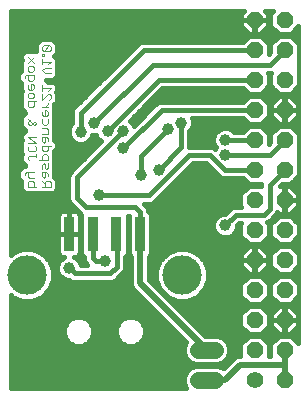
<source format=gbl>
G75*
G70*
%OFA0B0*%
%FSLAX24Y24*%
%IPPOS*%
%LPD*%
%AMOC8*
5,1,8,0,0,1.08239X$1,22.5*
%
%ADD10C,0.0030*%
%ADD11C,0.0560*%
%ADD12OC8,0.0560*%
%ADD13C,0.0560*%
%ADD14R,0.0354X0.1181*%
%ADD15C,0.1310*%
%ADD16C,0.0160*%
%ADD17C,0.0396*%
%ADD18C,0.0200*%
%ADD19C,0.0100*%
%ADD20C,0.0140*%
D10*
X001020Y007170D02*
X001020Y007315D01*
X001068Y007363D01*
X001165Y007363D01*
X001213Y007315D01*
X001213Y007170D01*
X001310Y007170D02*
X001020Y007170D01*
X001068Y007465D02*
X001020Y007513D01*
X001020Y007658D01*
X000972Y007658D02*
X000923Y007610D01*
X000923Y007561D01*
X000972Y007658D02*
X001213Y007658D01*
X001213Y007465D02*
X001068Y007465D01*
X001500Y007513D02*
X001548Y007465D01*
X001597Y007513D01*
X001597Y007658D01*
X001645Y007658D02*
X001500Y007658D01*
X001500Y007513D01*
X001500Y007363D02*
X001597Y007267D01*
X001597Y007315D02*
X001597Y007170D01*
X001500Y007170D02*
X001790Y007170D01*
X001790Y007315D01*
X001742Y007363D01*
X001645Y007363D01*
X001597Y007315D01*
X001693Y007513D02*
X001693Y007610D01*
X001645Y007658D01*
X001645Y007759D02*
X001693Y007808D01*
X001693Y007953D01*
X001693Y008054D02*
X001693Y008199D01*
X001645Y008247D01*
X001548Y008247D01*
X001500Y008199D01*
X001500Y008054D01*
X001403Y008054D02*
X001693Y008054D01*
X001548Y007953D02*
X001597Y007904D01*
X001597Y007808D01*
X001645Y007759D01*
X001500Y007759D02*
X001500Y007904D01*
X001548Y007953D01*
X001310Y008151D02*
X001310Y008247D01*
X001310Y008199D02*
X001068Y008199D01*
X001020Y008151D01*
X001020Y008102D01*
X001068Y008054D01*
X001068Y008349D02*
X001020Y008397D01*
X001020Y008494D01*
X001068Y008542D01*
X001020Y008643D02*
X001310Y008643D01*
X001020Y008837D01*
X001310Y008837D01*
X001500Y008837D02*
X001500Y008692D01*
X001548Y008643D01*
X001597Y008692D01*
X001597Y008837D01*
X001645Y008837D02*
X001500Y008837D01*
X001500Y008938D02*
X001693Y008938D01*
X001693Y009083D01*
X001645Y009131D01*
X001500Y009131D01*
X001548Y009233D02*
X001500Y009281D01*
X001500Y009426D01*
X001548Y009527D02*
X001645Y009527D01*
X001693Y009576D01*
X001693Y009672D01*
X001645Y009721D01*
X001597Y009721D01*
X001597Y009527D01*
X001548Y009527D02*
X001500Y009576D01*
X001500Y009672D01*
X001500Y009822D02*
X001693Y009822D01*
X001597Y009822D02*
X001693Y009919D01*
X001693Y009967D01*
X001742Y010067D02*
X001790Y010116D01*
X001790Y010213D01*
X001742Y010261D01*
X001693Y010261D01*
X001500Y010067D01*
X001500Y010261D01*
X001500Y010362D02*
X001500Y010556D01*
X001500Y010459D02*
X001790Y010459D01*
X001693Y010362D01*
X001310Y010015D02*
X001020Y010015D01*
X001020Y009870D01*
X001068Y009822D01*
X001165Y009822D01*
X001213Y009870D01*
X001213Y010015D01*
X001165Y010117D02*
X001068Y010117D01*
X001020Y010165D01*
X001020Y010262D01*
X001068Y010310D01*
X001165Y010310D01*
X001213Y010262D01*
X001213Y010165D01*
X001165Y010117D01*
X001165Y010411D02*
X001068Y010411D01*
X001020Y010460D01*
X001020Y010556D01*
X001117Y010605D02*
X001117Y010411D01*
X001165Y010411D02*
X001213Y010460D01*
X001213Y010556D01*
X001165Y010605D01*
X001117Y010605D01*
X001165Y010706D02*
X001068Y010706D01*
X001020Y010754D01*
X001020Y010899D01*
X000972Y010899D02*
X001213Y010899D01*
X001213Y010754D01*
X001165Y010706D01*
X000972Y010899D02*
X000923Y010851D01*
X000923Y010803D01*
X001068Y011000D02*
X001020Y011049D01*
X001020Y011146D01*
X001068Y011194D01*
X001165Y011194D01*
X001213Y011146D01*
X001213Y011049D01*
X001165Y011000D01*
X001068Y011000D01*
X001020Y011295D02*
X001213Y011489D01*
X001020Y011489D02*
X001213Y011295D01*
X001500Y011343D02*
X001790Y011343D01*
X001693Y011246D01*
X001597Y011145D02*
X001790Y011145D01*
X001790Y010951D02*
X001597Y010951D01*
X001500Y011048D01*
X001597Y011145D01*
X001500Y011246D02*
X001500Y011440D01*
X001500Y011541D02*
X001500Y011589D01*
X001548Y011589D01*
X001548Y011541D01*
X001500Y011541D01*
X001548Y011688D02*
X001742Y011881D01*
X001548Y011881D01*
X001500Y011833D01*
X001500Y011736D01*
X001548Y011688D01*
X001742Y011688D01*
X001790Y011736D01*
X001790Y011833D01*
X001742Y011881D01*
X001693Y009426D02*
X001693Y009281D01*
X001645Y009233D01*
X001548Y009233D01*
X001310Y009281D02*
X001262Y009233D01*
X001213Y009233D01*
X001020Y009426D01*
X001020Y009329D02*
X001020Y009281D01*
X001068Y009233D01*
X001117Y009233D01*
X001213Y009329D01*
X001262Y009329D01*
X001310Y009281D01*
X001117Y009426D02*
X001020Y009329D01*
X001645Y008837D02*
X001693Y008788D01*
X001693Y008692D01*
X001693Y008542D02*
X001693Y008397D01*
X001645Y008349D01*
X001548Y008349D01*
X001500Y008397D01*
X001500Y008542D01*
X001790Y008542D01*
X001310Y008494D02*
X001310Y008397D01*
X001262Y008349D01*
X001068Y008349D01*
X001262Y008542D02*
X001310Y008494D01*
D11*
X008580Y000730D03*
D12*
X008580Y001730D03*
X008580Y002730D03*
X008580Y003730D03*
X008580Y004730D03*
X008580Y005730D03*
X008580Y006730D03*
X008580Y007730D03*
X008580Y008730D03*
X008580Y009730D03*
X008580Y010730D03*
X008580Y011730D03*
X008580Y012730D03*
X009580Y012730D03*
X009580Y011730D03*
X009580Y010730D03*
X009580Y009730D03*
X009580Y008730D03*
X009580Y007730D03*
X009580Y006730D03*
X009580Y005730D03*
X009580Y004730D03*
X009580Y003730D03*
X009580Y002730D03*
X009580Y001730D03*
X009580Y000730D03*
D13*
X007260Y000730D02*
X006700Y000730D01*
X006700Y001730D02*
X007260Y001730D01*
D14*
X004761Y005588D03*
X003974Y005588D03*
X003186Y005588D03*
X002399Y005588D03*
D15*
X000995Y004230D03*
X006165Y004230D03*
D16*
X000460Y003556D02*
X000460Y000460D01*
X006292Y000460D01*
X006220Y000635D01*
X006220Y000825D01*
X006293Y001002D01*
X006428Y001137D01*
X006605Y001210D01*
X007355Y001210D01*
X007532Y001137D01*
X007547Y001122D01*
X007826Y001400D01*
X007910Y001484D01*
X008020Y001530D01*
X008101Y001530D01*
X008100Y001531D01*
X008100Y001929D01*
X008381Y002210D01*
X008779Y002210D01*
X009060Y001929D01*
X009060Y001531D01*
X009059Y001530D01*
X009101Y001530D01*
X009100Y001531D01*
X009100Y001929D01*
X009381Y002210D01*
X009779Y002210D01*
X010042Y001947D01*
X010042Y003513D01*
X009779Y003250D01*
X009381Y003250D01*
X009100Y003531D01*
X009100Y003929D01*
X009381Y004210D01*
X009779Y004210D01*
X010042Y003947D01*
X010042Y004513D01*
X009779Y004250D01*
X009381Y004250D01*
X009100Y004531D01*
X009100Y004929D01*
X009381Y005210D01*
X009779Y005210D01*
X010042Y004947D01*
X010042Y005513D01*
X009779Y005250D01*
X009381Y005250D01*
X009100Y005531D01*
X009100Y005929D01*
X009381Y006210D01*
X009779Y006210D01*
X010042Y005947D01*
X010042Y007513D01*
X009779Y007250D01*
X009496Y007250D01*
X009436Y007190D01*
X009570Y007190D01*
X009570Y006740D01*
X009590Y006740D01*
X009590Y007190D01*
X009771Y007190D01*
X010040Y006921D01*
X010040Y006740D01*
X009590Y006740D01*
X009590Y006720D01*
X010040Y006720D01*
X010040Y006539D01*
X009771Y006270D01*
X009590Y006270D01*
X009590Y006720D01*
X009570Y006720D01*
X009570Y006270D01*
X009389Y006270D01*
X009338Y006321D01*
X009317Y006271D01*
X009239Y006193D01*
X009117Y006071D01*
X009039Y005993D01*
X009009Y005980D01*
X009060Y005929D01*
X009060Y005531D01*
X008779Y005250D01*
X008381Y005250D01*
X008100Y005531D01*
X008100Y005929D01*
X008121Y005950D01*
X008071Y005950D01*
X008003Y005882D01*
X008003Y005801D01*
X007943Y005654D01*
X007831Y005542D01*
X007684Y005482D01*
X007526Y005482D01*
X007379Y005542D01*
X007267Y005654D01*
X007207Y005801D01*
X007207Y005959D01*
X007267Y006106D01*
X007379Y006218D01*
X007526Y006278D01*
X007607Y006278D01*
X007718Y006389D01*
X007718Y006389D01*
X007796Y006467D01*
X007899Y006510D01*
X008121Y006510D01*
X008100Y006531D01*
X008100Y006929D01*
X008381Y007210D01*
X008779Y007210D01*
X008800Y007189D01*
X008800Y007271D01*
X008779Y007250D01*
X008381Y007250D01*
X008181Y007450D01*
X007524Y007450D01*
X007421Y007493D01*
X006964Y007950D01*
X006521Y007950D01*
X005292Y006721D01*
X005214Y006643D01*
X005111Y006600D01*
X004881Y006600D01*
X004914Y006567D01*
X004992Y006489D01*
X005035Y006386D01*
X005035Y006365D01*
X005138Y006262D01*
X005138Y004915D01*
X005061Y004838D01*
X005061Y004073D01*
X006924Y002210D01*
X007355Y002210D01*
X007532Y002137D01*
X007667Y002002D01*
X007740Y001825D01*
X007740Y001635D01*
X007667Y001458D01*
X007532Y001323D01*
X007355Y001250D01*
X006605Y001250D01*
X006428Y001323D01*
X006293Y001458D01*
X006220Y001635D01*
X006220Y001825D01*
X006290Y001995D01*
X004507Y003779D01*
X004461Y003889D01*
X004461Y004838D01*
X004384Y004915D01*
X004384Y006200D01*
X004351Y006200D01*
X004351Y004915D01*
X004260Y004824D01*
X004260Y004449D01*
X004217Y004346D01*
X004139Y004268D01*
X004139Y004268D01*
X003914Y004043D01*
X003811Y004000D01*
X002524Y004000D01*
X002421Y004043D01*
X002407Y004057D01*
X002326Y004057D01*
X002179Y004117D01*
X002067Y004229D01*
X002007Y004376D01*
X002007Y004534D01*
X002067Y004681D01*
X002179Y004793D01*
X002240Y004818D01*
X002198Y004818D01*
X002152Y004830D01*
X002111Y004854D01*
X002078Y004887D01*
X002054Y004928D01*
X002042Y004974D01*
X002042Y005580D01*
X002390Y005580D01*
X002390Y005597D01*
X002042Y005597D01*
X002042Y006203D01*
X000460Y006203D01*
X000460Y006362D02*
X002678Y006362D01*
X002646Y006347D02*
X002600Y006359D01*
X002407Y006359D01*
X002407Y005597D01*
X002390Y005597D01*
X002390Y006359D01*
X002198Y006359D01*
X002152Y006347D01*
X002111Y006323D01*
X002078Y006289D01*
X002054Y006248D01*
X002042Y006203D01*
X002042Y006045D02*
X000460Y006045D01*
X000460Y005886D02*
X002042Y005886D01*
X002042Y005728D02*
X000460Y005728D01*
X000460Y005569D02*
X002042Y005569D01*
X002042Y005411D02*
X000460Y005411D01*
X000460Y005252D02*
X002042Y005252D01*
X002042Y005094D02*
X000460Y005094D01*
X000511Y004955D02*
X000460Y004904D01*
X000460Y013020D01*
X008220Y013020D01*
X008120Y012921D01*
X008120Y012740D01*
X008570Y012740D01*
X008570Y012720D01*
X008590Y012720D01*
X008590Y012740D01*
X009040Y012740D01*
X009040Y012921D01*
X008940Y013020D01*
X009191Y013020D01*
X009100Y012929D01*
X009100Y012531D01*
X009381Y012250D01*
X009779Y012250D01*
X010042Y012513D01*
X010042Y011947D01*
X009779Y012210D01*
X009381Y012210D01*
X009100Y011929D01*
X009100Y011646D01*
X009060Y011606D01*
X009060Y011929D01*
X008779Y012210D01*
X008381Y012210D01*
X008181Y012010D01*
X004824Y012010D01*
X004721Y011967D01*
X002543Y009789D01*
X002500Y009686D01*
X002500Y009288D01*
X002442Y009231D01*
X002382Y009084D01*
X002382Y008926D01*
X002442Y008779D01*
X002554Y008667D01*
X002701Y008607D01*
X002859Y008607D01*
X003006Y008667D01*
X003118Y008779D01*
X003160Y008882D01*
X003309Y008882D01*
X003310Y008882D01*
X003342Y008804D01*
X003454Y008692D01*
X003467Y008688D01*
X002496Y007717D01*
X002418Y007639D01*
X002375Y007536D01*
X002375Y006724D01*
X002418Y006621D01*
X002718Y006321D01*
X002796Y006243D01*
X002809Y006237D01*
X002809Y004915D01*
X002900Y004824D01*
X002900Y004724D01*
X002943Y004621D01*
X003004Y004560D01*
X002792Y004560D01*
X002743Y004681D01*
X002631Y004793D01*
X002570Y004818D01*
X002600Y004818D01*
X002646Y004830D01*
X002687Y004854D01*
X002720Y004887D01*
X002744Y004928D01*
X002756Y004974D01*
X002756Y005580D01*
X002407Y005580D01*
X002407Y005597D01*
X002756Y005597D01*
X002756Y006203D01*
X002809Y006203D01*
X002756Y006203D02*
X002744Y006248D01*
X002720Y006289D01*
X002687Y006323D01*
X002646Y006347D01*
X002519Y006520D02*
X000460Y006520D01*
X000460Y006679D02*
X002394Y006679D01*
X002375Y006837D02*
X000460Y006837D01*
X000460Y006996D02*
X000890Y006996D01*
X000931Y006955D02*
X001399Y006955D01*
X001405Y006961D01*
X001411Y006955D01*
X001879Y006955D01*
X002005Y007081D01*
X002005Y007404D01*
X001957Y007453D01*
X001908Y007501D01*
X001908Y007699D01*
X001899Y007709D01*
X001908Y007719D01*
X001908Y007719D01*
X001908Y007719D01*
X001908Y007809D01*
X001908Y007897D01*
X001908Y008288D01*
X001899Y008298D01*
X001908Y008308D01*
X001908Y008308D01*
X001908Y008308D01*
X001908Y008356D01*
X002005Y008453D01*
X002005Y008631D01*
X001908Y008728D01*
X001908Y009172D01*
X001899Y009182D01*
X001908Y009192D01*
X001908Y009192D01*
X001908Y009192D01*
X001908Y009280D01*
X001908Y009370D01*
X001908Y009576D01*
X001908Y009665D01*
X001908Y009930D01*
X001946Y009968D01*
X002005Y010027D01*
X002005Y010115D01*
X002005Y010205D01*
X002005Y010302D01*
X001971Y010336D01*
X002005Y010370D01*
X002005Y010548D01*
X001941Y010612D01*
X001879Y010674D01*
X001686Y010674D01*
X001623Y010736D01*
X001879Y010736D01*
X002005Y010862D01*
X002005Y011040D01*
X001998Y011048D01*
X002005Y011056D01*
X002005Y011234D01*
X001995Y011244D01*
X002005Y011254D01*
X002005Y011432D01*
X001941Y011496D01*
X001898Y011540D01*
X001948Y011590D01*
X002005Y011647D01*
X002005Y011647D01*
X002005Y011647D01*
X002005Y011737D01*
X002005Y011825D01*
X002005Y011825D01*
X002005Y011922D01*
X001957Y011971D01*
X001831Y012096D01*
X001637Y012096D01*
X001547Y012096D01*
X001459Y012096D01*
X001400Y012038D01*
X001333Y011971D01*
X001285Y011922D01*
X001285Y011834D01*
X001285Y011704D01*
X001124Y011704D01*
X001117Y011696D01*
X001109Y011704D01*
X000931Y011704D01*
X000805Y011578D01*
X000805Y011400D01*
X000813Y011392D01*
X000805Y011384D01*
X000805Y011235D01*
X000805Y011145D01*
X000805Y011037D01*
X000757Y010988D01*
X000708Y010940D01*
X000708Y010714D01*
X000805Y010617D01*
X000805Y010370D01*
X000815Y010361D01*
X000805Y010351D01*
X000805Y010351D01*
X000805Y010351D01*
X000805Y010261D01*
X000805Y009781D01*
X000853Y009733D01*
X000945Y009641D01*
X000931Y009641D01*
X000805Y009515D01*
X000805Y009192D01*
X000853Y009144D01*
X000945Y009052D01*
X000931Y009052D01*
X000914Y009035D01*
X000891Y009030D01*
X000853Y008974D01*
X000805Y008926D01*
X000805Y008902D01*
X000792Y008882D01*
X000805Y008815D01*
X000805Y008748D01*
X000813Y008740D01*
X000805Y008732D01*
X000805Y008583D01*
X000805Y008583D01*
X000805Y008493D01*
X000805Y008308D01*
X000839Y008274D01*
X000805Y008240D01*
X000805Y008240D01*
X000805Y008240D01*
X000805Y008150D01*
X000805Y008013D01*
X000931Y007887D01*
X000945Y007873D01*
X000883Y007873D01*
X000834Y007825D01*
X000708Y007699D01*
X000708Y007472D01*
X000805Y007376D01*
X000805Y007081D01*
X000931Y006955D01*
X000805Y007154D02*
X000460Y007154D01*
X000460Y007313D02*
X000805Y007313D01*
X000710Y007471D02*
X000460Y007471D01*
X000460Y007630D02*
X000708Y007630D01*
X000797Y007788D02*
X000460Y007788D01*
X000460Y007947D02*
X000872Y007947D01*
X000805Y008105D02*
X000460Y008105D01*
X000460Y008264D02*
X000829Y008264D01*
X000805Y008422D02*
X000460Y008422D01*
X000460Y008581D02*
X000805Y008581D01*
X000812Y008739D02*
X000460Y008739D01*
X000460Y008898D02*
X000802Y008898D01*
X000941Y009056D02*
X000460Y009056D01*
X000460Y009215D02*
X000805Y009215D01*
X000805Y009373D02*
X000460Y009373D01*
X000460Y009532D02*
X000821Y009532D01*
X000896Y009690D02*
X000460Y009690D01*
X000460Y009849D02*
X000805Y009849D01*
X000805Y010007D02*
X000460Y010007D01*
X000460Y010166D02*
X000805Y010166D01*
X000805Y010324D02*
X000460Y010324D01*
X000460Y010483D02*
X000805Y010483D01*
X000781Y010641D02*
X000460Y010641D01*
X000460Y010800D02*
X000708Y010800D01*
X000726Y010958D02*
X000460Y010958D01*
X000460Y011117D02*
X000805Y011117D01*
X000805Y011235D02*
X000805Y011235D01*
X000805Y011275D02*
X000460Y011275D01*
X000460Y011434D02*
X000805Y011434D01*
X000819Y011592D02*
X000460Y011592D01*
X000460Y011751D02*
X001285Y011751D01*
X001285Y011909D02*
X000460Y011909D01*
X000460Y012068D02*
X001430Y012068D01*
X001459Y012096D02*
X001459Y012096D01*
X001459Y012096D01*
X001333Y011971D02*
X001333Y011971D01*
X001285Y011922D02*
X001285Y011922D01*
X001285Y011922D01*
X001637Y012096D02*
X001637Y012096D01*
X001860Y012068D02*
X008239Y012068D01*
X008389Y012270D02*
X008570Y012270D01*
X008570Y012720D01*
X008120Y012720D01*
X008120Y012539D01*
X008389Y012270D01*
X008275Y012385D02*
X000460Y012385D01*
X000460Y012543D02*
X008120Y012543D01*
X008120Y012702D02*
X000460Y012702D01*
X000460Y012860D02*
X008120Y012860D01*
X008218Y013019D02*
X000460Y013019D01*
X000460Y012226D02*
X010042Y012226D01*
X010042Y012068D02*
X009921Y012068D01*
X009913Y012385D02*
X010042Y012385D01*
X009580Y011730D02*
X009080Y011230D01*
X005580Y011230D01*
X005330Y011230D01*
X005180Y011230D01*
X003230Y009280D01*
X002780Y009005D02*
X002780Y009630D01*
X004880Y011730D01*
X008580Y011730D01*
X008921Y012068D02*
X009239Y012068D01*
X009100Y011909D02*
X009060Y011909D01*
X009060Y011751D02*
X009100Y011751D01*
X008771Y012270D02*
X009040Y012539D01*
X009040Y012720D01*
X008590Y012720D01*
X008590Y012270D01*
X008771Y012270D01*
X008885Y012385D02*
X009247Y012385D01*
X009100Y012543D02*
X009040Y012543D01*
X009040Y012702D02*
X009100Y012702D01*
X009100Y012860D02*
X009040Y012860D01*
X008942Y013019D02*
X009190Y013019D01*
X008590Y012702D02*
X008570Y012702D01*
X008570Y012543D02*
X008590Y012543D01*
X008590Y012385D02*
X008570Y012385D01*
X009039Y010950D02*
X009121Y010950D01*
X009100Y010929D01*
X009100Y010531D01*
X009381Y010250D01*
X009779Y010250D01*
X010042Y010513D01*
X010042Y008947D01*
X009779Y009210D01*
X009381Y009210D01*
X009100Y008929D01*
X009100Y008646D01*
X009060Y008606D01*
X009060Y008929D01*
X008779Y009210D01*
X008381Y009210D01*
X008181Y009010D01*
X007888Y009010D01*
X007831Y009068D01*
X007684Y009128D01*
X007526Y009128D01*
X007379Y009068D01*
X007267Y008956D01*
X007207Y008809D01*
X007207Y008651D01*
X007267Y008504D01*
X007292Y008480D01*
X007267Y008456D01*
X007263Y008443D01*
X007239Y008467D01*
X007136Y008510D01*
X006410Y008510D01*
X006410Y009022D01*
X006468Y009079D01*
X006528Y009226D01*
X006528Y009384D01*
X006501Y009450D01*
X008181Y009450D01*
X008381Y009250D01*
X008779Y009250D01*
X009060Y009531D01*
X009060Y009929D01*
X008779Y010210D01*
X008381Y010210D01*
X008181Y010010D01*
X005424Y010010D01*
X005321Y009967D01*
X005243Y009889D01*
X004562Y009208D01*
X004543Y009256D01*
X004431Y009368D01*
X004418Y009372D01*
X005496Y010450D01*
X008181Y010450D01*
X008381Y010250D01*
X008779Y010250D01*
X009060Y010531D01*
X009060Y010929D01*
X009039Y010950D01*
X009060Y010800D02*
X009100Y010800D01*
X009100Y010641D02*
X009060Y010641D01*
X009011Y010483D02*
X009149Y010483D01*
X009307Y010324D02*
X008853Y010324D01*
X008823Y010166D02*
X009365Y010166D01*
X009389Y010190D02*
X009120Y009921D01*
X009120Y009740D01*
X009570Y009740D01*
X009570Y010190D01*
X009389Y010190D01*
X009570Y010166D02*
X009590Y010166D01*
X009590Y010190D02*
X009590Y009740D01*
X009570Y009740D01*
X009570Y009720D01*
X009120Y009720D01*
X009120Y009539D01*
X009389Y009270D01*
X009570Y009270D01*
X009570Y009720D01*
X009590Y009720D01*
X009590Y009740D01*
X010040Y009740D01*
X010040Y009921D01*
X009771Y010190D01*
X009590Y010190D01*
X009590Y010007D02*
X009570Y010007D01*
X009570Y009849D02*
X009590Y009849D01*
X009580Y009730D02*
X010030Y009730D01*
X010040Y009720D02*
X009590Y009720D01*
X009590Y009270D01*
X009771Y009270D01*
X010040Y009539D01*
X010040Y009720D01*
X010040Y009690D02*
X010042Y009690D01*
X010032Y009532D02*
X010042Y009532D01*
X010042Y009373D02*
X009874Y009373D01*
X010042Y009215D02*
X006523Y009215D01*
X006528Y009373D02*
X008258Y009373D01*
X008227Y009056D02*
X007842Y009056D01*
X007605Y008730D02*
X008580Y008730D01*
X008933Y009056D02*
X009227Y009056D01*
X009100Y008898D02*
X009060Y008898D01*
X009060Y008739D02*
X009100Y008739D01*
X009580Y008730D02*
X009080Y008230D01*
X007605Y008230D01*
X007580Y007730D02*
X007080Y008230D01*
X006405Y008230D01*
X005055Y006880D01*
X003380Y006880D01*
X002955Y006480D02*
X004605Y006480D01*
X004755Y006330D01*
X004755Y006105D01*
X004780Y006080D01*
X004780Y005607D01*
X004761Y005588D01*
X005138Y005569D02*
X007353Y005569D01*
X007237Y005728D02*
X005138Y005728D01*
X005138Y005886D02*
X007207Y005886D01*
X007242Y006045D02*
X005138Y006045D01*
X005138Y006203D02*
X007365Y006203D01*
X007691Y006362D02*
X005038Y006362D01*
X004961Y006520D02*
X008111Y006520D01*
X008100Y006679D02*
X005249Y006679D01*
X005408Y006837D02*
X008100Y006837D01*
X008167Y006996D02*
X005566Y006996D01*
X005725Y007154D02*
X008325Y007154D01*
X008319Y007313D02*
X005883Y007313D01*
X006042Y007471D02*
X007474Y007471D01*
X007285Y007630D02*
X006200Y007630D01*
X006359Y007788D02*
X007126Y007788D01*
X006968Y007947D02*
X006517Y007947D01*
X006410Y008581D02*
X007236Y008581D01*
X007207Y008739D02*
X006410Y008739D01*
X006410Y008898D02*
X007243Y008898D01*
X007368Y009056D02*
X006444Y009056D01*
X006130Y009305D02*
X006130Y008480D01*
X005380Y007730D01*
X004780Y007555D02*
X004780Y008180D01*
X005680Y009080D01*
X005480Y009730D02*
X008580Y009730D01*
X008902Y009373D02*
X009286Y009373D01*
X009128Y009532D02*
X009060Y009532D01*
X009060Y009690D02*
X009120Y009690D01*
X009120Y009849D02*
X009060Y009849D01*
X008982Y010007D02*
X009206Y010007D01*
X009570Y009690D02*
X009590Y009690D01*
X009590Y009532D02*
X009570Y009532D01*
X009570Y009373D02*
X009590Y009373D01*
X009933Y009056D02*
X010042Y009056D01*
X010040Y009849D02*
X010042Y009849D01*
X010042Y010007D02*
X009954Y010007D01*
X010042Y010166D02*
X009795Y010166D01*
X009853Y010324D02*
X010042Y010324D01*
X010042Y010483D02*
X010011Y010483D01*
X008580Y010730D02*
X005380Y010730D01*
X003680Y009030D01*
X003408Y008739D02*
X003077Y008739D01*
X003360Y008581D02*
X002005Y008581D01*
X001974Y008422D02*
X003201Y008422D01*
X003043Y008264D02*
X001908Y008264D01*
X001908Y008105D02*
X002884Y008105D01*
X002726Y007947D02*
X001908Y007947D01*
X001908Y007897D02*
X001908Y007897D01*
X001908Y007788D02*
X002567Y007788D01*
X002414Y007630D02*
X001908Y007630D01*
X001938Y007471D02*
X002375Y007471D01*
X002375Y007313D02*
X002005Y007313D01*
X002005Y007154D02*
X002375Y007154D01*
X002375Y006996D02*
X001920Y006996D01*
X002390Y006203D02*
X002407Y006203D01*
X002390Y006045D02*
X002407Y006045D01*
X002390Y005886D02*
X002407Y005886D01*
X002390Y005728D02*
X002407Y005728D01*
X002756Y005728D02*
X002809Y005728D01*
X002809Y005886D02*
X002756Y005886D01*
X002756Y006045D02*
X002809Y006045D01*
X002809Y005569D02*
X002756Y005569D01*
X002756Y005411D02*
X002809Y005411D01*
X002809Y005252D02*
X002756Y005252D01*
X002756Y005094D02*
X002809Y005094D01*
X002809Y004935D02*
X002746Y004935D01*
X002647Y004777D02*
X002900Y004777D01*
X002946Y004618D02*
X002768Y004618D01*
X002580Y004280D02*
X003755Y004280D01*
X003980Y004505D01*
X003980Y005582D01*
X003974Y005588D01*
X004351Y005569D02*
X004384Y005569D01*
X004384Y005411D02*
X004351Y005411D01*
X004351Y005252D02*
X004384Y005252D01*
X004384Y005094D02*
X004351Y005094D01*
X004351Y004935D02*
X004384Y004935D01*
X004461Y004777D02*
X004260Y004777D01*
X004260Y004618D02*
X004461Y004618D01*
X004461Y004460D02*
X004260Y004460D01*
X004172Y004301D02*
X004461Y004301D01*
X004461Y004143D02*
X004013Y004143D01*
X004461Y003984D02*
X001819Y003984D01*
X001850Y004060D02*
X001850Y004400D01*
X001720Y004714D01*
X001479Y004955D01*
X001165Y005085D01*
X000825Y005085D01*
X000511Y004955D01*
X000491Y004935D02*
X000460Y004935D01*
X001499Y004935D02*
X002052Y004935D01*
X002163Y004777D02*
X001658Y004777D01*
X001760Y004618D02*
X002042Y004618D01*
X002007Y004460D02*
X001825Y004460D01*
X001850Y004301D02*
X002038Y004301D01*
X002154Y004143D02*
X001850Y004143D01*
X001850Y004060D02*
X001720Y003746D01*
X001479Y003505D01*
X001165Y003375D01*
X000825Y003375D01*
X000511Y003505D01*
X000460Y003556D01*
X000460Y003509D02*
X000507Y003509D01*
X000460Y003350D02*
X004936Y003350D01*
X005094Y003192D02*
X000460Y003192D01*
X000460Y003033D02*
X005253Y003033D01*
X005411Y002875D02*
X000460Y002875D01*
X000460Y002716D02*
X002407Y002716D01*
X002444Y002753D02*
X002310Y002619D01*
X002237Y002444D01*
X002237Y002254D01*
X002310Y002079D01*
X002444Y001944D01*
X002619Y001872D01*
X002809Y001872D01*
X002984Y001944D01*
X003118Y002079D01*
X003191Y002254D01*
X003191Y002444D01*
X003118Y002619D01*
X002984Y002753D01*
X002809Y002826D01*
X002619Y002826D01*
X002444Y002753D01*
X002284Y002558D02*
X000460Y002558D01*
X000460Y002399D02*
X002237Y002399D01*
X002243Y002241D02*
X000460Y002241D01*
X000460Y002082D02*
X002308Y002082D01*
X002494Y001924D02*
X000460Y001924D01*
X000460Y001765D02*
X006220Y001765D01*
X006261Y001924D02*
X004666Y001924D01*
X004716Y001944D02*
X004850Y002079D01*
X004923Y002254D01*
X004923Y002444D01*
X004850Y002619D01*
X004716Y002753D01*
X004541Y002826D01*
X004351Y002826D01*
X004176Y002753D01*
X004042Y002619D01*
X003969Y002444D01*
X003969Y002254D01*
X004042Y002079D01*
X004176Y001944D01*
X004351Y001872D01*
X004541Y001872D01*
X004716Y001944D01*
X004852Y002082D02*
X006204Y002082D01*
X006045Y002241D02*
X004917Y002241D01*
X004923Y002399D02*
X005887Y002399D01*
X005728Y002558D02*
X004876Y002558D01*
X004753Y002716D02*
X005570Y002716D01*
X005943Y003192D02*
X008363Y003192D01*
X008381Y003210D02*
X008100Y002929D01*
X008100Y002531D01*
X008381Y002250D01*
X008779Y002250D01*
X009060Y002531D01*
X009060Y002929D01*
X008779Y003210D01*
X008381Y003210D01*
X008381Y003250D02*
X008779Y003250D01*
X009060Y003531D01*
X009060Y003929D01*
X008779Y004210D01*
X008381Y004210D01*
X008100Y003929D01*
X008100Y003531D01*
X008381Y003250D01*
X008281Y003350D02*
X005784Y003350D01*
X005681Y003505D02*
X005995Y003375D01*
X006335Y003375D01*
X006649Y003505D01*
X006890Y003746D01*
X007020Y004060D01*
X007020Y004400D01*
X006890Y004714D01*
X006649Y004955D01*
X006335Y005085D01*
X005995Y005085D01*
X005681Y004955D01*
X005440Y004714D01*
X005310Y004400D01*
X005310Y004060D01*
X005440Y003746D01*
X005681Y003505D01*
X005677Y003509D02*
X005626Y003509D01*
X005519Y003667D02*
X005467Y003667D01*
X005407Y003826D02*
X005309Y003826D01*
X005341Y003984D02*
X005150Y003984D01*
X005061Y004143D02*
X005310Y004143D01*
X005310Y004301D02*
X005061Y004301D01*
X005061Y004460D02*
X005335Y004460D01*
X005400Y004618D02*
X005061Y004618D01*
X005061Y004777D02*
X005502Y004777D01*
X005661Y004935D02*
X005138Y004935D01*
X005138Y005094D02*
X008293Y005094D01*
X008389Y005190D02*
X008120Y004921D01*
X008120Y004740D01*
X008570Y004740D01*
X008570Y005190D01*
X008389Y005190D01*
X008379Y005252D02*
X005138Y005252D01*
X005138Y005411D02*
X008221Y005411D01*
X008100Y005569D02*
X007857Y005569D01*
X007973Y005728D02*
X008100Y005728D01*
X008100Y005886D02*
X008007Y005886D01*
X007955Y006230D02*
X007605Y005880D01*
X007955Y006230D02*
X008880Y006230D01*
X009080Y006430D01*
X009080Y007230D01*
X009580Y007730D01*
X009841Y007313D02*
X010042Y007313D01*
X010042Y007471D02*
X010000Y007471D01*
X010042Y007154D02*
X009807Y007154D01*
X009590Y007154D02*
X009570Y007154D01*
X009570Y006996D02*
X009590Y006996D01*
X009590Y006837D02*
X009570Y006837D01*
X009570Y006679D02*
X009590Y006679D01*
X009590Y006520D02*
X009570Y006520D01*
X009570Y006362D02*
X009590Y006362D01*
X009786Y006203D02*
X010042Y006203D01*
X010042Y006362D02*
X009862Y006362D01*
X010021Y006520D02*
X010042Y006520D01*
X010040Y006679D02*
X010042Y006679D01*
X010040Y006837D02*
X010042Y006837D01*
X010042Y006996D02*
X009965Y006996D01*
X009374Y006203D02*
X009249Y006203D01*
X009216Y006045D02*
X009090Y006045D01*
X009100Y005886D02*
X009060Y005886D01*
X009060Y005728D02*
X009100Y005728D01*
X009100Y005569D02*
X009060Y005569D01*
X008939Y005411D02*
X009221Y005411D01*
X009379Y005252D02*
X008781Y005252D01*
X008771Y005190D02*
X008590Y005190D01*
X008590Y004740D01*
X008570Y004740D01*
X008570Y004720D01*
X008120Y004720D01*
X008120Y004539D01*
X008389Y004270D01*
X008570Y004270D01*
X008570Y004720D01*
X008590Y004720D01*
X008590Y004740D01*
X009040Y004740D01*
X009040Y004921D01*
X008771Y005190D01*
X008867Y005094D02*
X009265Y005094D01*
X009106Y004935D02*
X009026Y004935D01*
X009040Y004777D02*
X009100Y004777D01*
X009040Y004720D02*
X008590Y004720D01*
X008590Y004270D01*
X008771Y004270D01*
X009040Y004539D01*
X009040Y004720D01*
X009040Y004618D02*
X009100Y004618D01*
X009172Y004460D02*
X008960Y004460D01*
X008802Y004301D02*
X009330Y004301D01*
X009314Y004143D02*
X008846Y004143D01*
X009005Y003984D02*
X009155Y003984D01*
X009100Y003826D02*
X009060Y003826D01*
X009060Y003667D02*
X009100Y003667D01*
X009123Y003509D02*
X009037Y003509D01*
X008879Y003350D02*
X009281Y003350D01*
X009389Y003190D02*
X009120Y002921D01*
X009120Y002740D01*
X009570Y002740D01*
X009570Y003190D01*
X009389Y003190D01*
X009590Y003190D02*
X009590Y002740D01*
X009570Y002740D01*
X009570Y002720D01*
X009120Y002720D01*
X009120Y002539D01*
X009389Y002270D01*
X009570Y002270D01*
X009570Y002720D01*
X009590Y002720D01*
X009590Y002740D01*
X010040Y002740D01*
X010040Y002921D01*
X009771Y003190D01*
X009590Y003190D01*
X009590Y003033D02*
X009570Y003033D01*
X009570Y002875D02*
X009590Y002875D01*
X009590Y002720D02*
X010040Y002720D01*
X010040Y002539D01*
X009771Y002270D01*
X009590Y002270D01*
X009590Y002720D01*
X009590Y002716D02*
X009570Y002716D01*
X009570Y002558D02*
X009590Y002558D01*
X009590Y002399D02*
X009570Y002399D01*
X009260Y002399D02*
X008928Y002399D01*
X009060Y002558D02*
X009120Y002558D01*
X009120Y002716D02*
X009060Y002716D01*
X009060Y002875D02*
X009120Y002875D01*
X009232Y003033D02*
X008956Y003033D01*
X008797Y003192D02*
X010042Y003192D01*
X010042Y003350D02*
X009879Y003350D01*
X010037Y003509D02*
X010042Y003509D01*
X010042Y003984D02*
X010005Y003984D01*
X010042Y004143D02*
X009846Y004143D01*
X009830Y004301D02*
X010042Y004301D01*
X010042Y004460D02*
X009988Y004460D01*
X010042Y005094D02*
X009895Y005094D01*
X009781Y005252D02*
X010042Y005252D01*
X010042Y005411D02*
X009939Y005411D01*
X009944Y006045D02*
X010042Y006045D01*
X008590Y005094D02*
X008570Y005094D01*
X008570Y004935D02*
X008590Y004935D01*
X008590Y004777D02*
X008570Y004777D01*
X008580Y004730D02*
X007355Y004730D01*
X006995Y004460D02*
X008200Y004460D01*
X008120Y004618D02*
X006930Y004618D01*
X006828Y004777D02*
X008120Y004777D01*
X008134Y004935D02*
X006669Y004935D01*
X007020Y004301D02*
X008358Y004301D01*
X008314Y004143D02*
X007020Y004143D01*
X006989Y003984D02*
X008155Y003984D01*
X008100Y003826D02*
X006923Y003826D01*
X006811Y003667D02*
X008100Y003667D01*
X008123Y003509D02*
X006653Y003509D01*
X006101Y003033D02*
X008204Y003033D01*
X008100Y002875D02*
X006260Y002875D01*
X006418Y002716D02*
X008100Y002716D01*
X008100Y002558D02*
X006577Y002558D01*
X006735Y002399D02*
X008232Y002399D01*
X008253Y002082D02*
X007587Y002082D01*
X007699Y001924D02*
X008100Y001924D01*
X008100Y001765D02*
X007740Y001765D01*
X007728Y001607D02*
X008100Y001607D01*
X007874Y001448D02*
X007657Y001448D01*
X007715Y001290D02*
X007451Y001290D01*
X007538Y001131D02*
X007557Y001131D01*
X006894Y002241D02*
X010042Y002241D01*
X010042Y002399D02*
X009900Y002399D01*
X010040Y002558D02*
X010042Y002558D01*
X010040Y002716D02*
X010042Y002716D01*
X010040Y002875D02*
X010042Y002875D01*
X010042Y003033D02*
X009928Y003033D01*
X009907Y002082D02*
X010042Y002082D01*
X009253Y002082D02*
X008907Y002082D01*
X009060Y001924D02*
X009100Y001924D01*
X009100Y001765D02*
X009060Y001765D01*
X009060Y001607D02*
X009100Y001607D01*
X008590Y004301D02*
X008570Y004301D01*
X008570Y004460D02*
X008590Y004460D01*
X008590Y004618D02*
X008570Y004618D01*
X008580Y007730D02*
X007580Y007730D01*
X008337Y010166D02*
X005211Y010166D01*
X005053Y010007D02*
X005417Y010007D01*
X005203Y009849D02*
X004894Y009849D01*
X005044Y009690D02*
X004736Y009690D01*
X004886Y009532D02*
X004577Y009532D01*
X004727Y009373D02*
X004419Y009373D01*
X004559Y009215D02*
X004569Y009215D01*
X004205Y009030D02*
X002655Y007480D01*
X002655Y006780D01*
X002955Y006480D01*
X003180Y005130D02*
X003180Y004780D01*
X003280Y004680D01*
X003580Y004680D01*
X004487Y003826D02*
X001753Y003826D01*
X001641Y003667D02*
X004619Y003667D01*
X004777Y003509D02*
X001483Y003509D01*
X002405Y004455D02*
X002580Y004280D01*
X003021Y002716D02*
X004139Y002716D01*
X004016Y002558D02*
X003144Y002558D01*
X003191Y002399D02*
X003969Y002399D01*
X003975Y002241D02*
X003185Y002241D01*
X003120Y002082D02*
X004040Y002082D01*
X004227Y001924D02*
X002933Y001924D01*
X000460Y001607D02*
X006232Y001607D01*
X006303Y001448D02*
X000460Y001448D01*
X000460Y001290D02*
X006509Y001290D01*
X006422Y001131D02*
X000460Y001131D01*
X000460Y000973D02*
X006281Y000973D01*
X006220Y000814D02*
X000460Y000814D01*
X000460Y000656D02*
X006220Y000656D01*
X006277Y000497D02*
X000460Y000497D01*
X004351Y005728D02*
X004384Y005728D01*
X004384Y005886D02*
X004351Y005886D01*
X004351Y006045D02*
X004384Y006045D01*
X004205Y008455D02*
X005480Y009730D01*
X005370Y010324D02*
X008307Y010324D01*
X004663Y011909D02*
X002005Y011909D01*
X002005Y011751D02*
X004505Y011751D01*
X004346Y011592D02*
X001950Y011592D01*
X002004Y011434D02*
X004188Y011434D01*
X004029Y011275D02*
X002005Y011275D01*
X002005Y011117D02*
X003871Y011117D01*
X003712Y010958D02*
X002005Y010958D01*
X001942Y010800D02*
X003554Y010800D01*
X003395Y010641D02*
X001912Y010641D01*
X002005Y010483D02*
X003237Y010483D01*
X003078Y010324D02*
X001983Y010324D01*
X002005Y010205D02*
X002005Y010205D01*
X002005Y010166D02*
X002920Y010166D01*
X002761Y010007D02*
X001986Y010007D01*
X002005Y010027D02*
X002005Y010027D01*
X002005Y010027D01*
X001908Y009849D02*
X002603Y009849D01*
X002502Y009690D02*
X001908Y009690D01*
X001908Y009665D02*
X001908Y009665D01*
X001908Y009532D02*
X002500Y009532D01*
X002500Y009373D02*
X001908Y009373D01*
X001908Y009370D02*
X001908Y009370D01*
X001908Y009215D02*
X002436Y009215D01*
X002382Y009056D02*
X001908Y009056D01*
X001908Y008898D02*
X002394Y008898D01*
X002483Y008739D02*
X001908Y008739D01*
D17*
X002780Y009005D03*
X003230Y009280D03*
X003680Y009030D03*
X004205Y009030D03*
X004205Y008455D03*
X004780Y007555D03*
X005380Y007730D03*
X005680Y009080D03*
X006130Y009305D03*
X006730Y007755D03*
X007605Y008230D03*
X007605Y008730D03*
X007605Y005880D03*
X007355Y004730D03*
X004605Y003205D03*
X003580Y004680D03*
X002405Y004455D03*
X003380Y006880D03*
X002030Y012630D03*
D18*
X002399Y005588D02*
X002380Y005569D01*
X003186Y005588D02*
X003186Y005136D01*
X003180Y005130D01*
X004761Y005588D02*
X004761Y003949D01*
X006980Y001730D01*
X006980Y000730D02*
X007580Y000730D01*
X008080Y001230D01*
X009580Y001230D01*
X009580Y000730D01*
X009580Y001230D02*
X009580Y001730D01*
D19*
X010030Y009730D02*
X010055Y009755D01*
D20*
X010055Y011930D02*
X010055Y002730D01*
X009580Y002730D01*
M02*

</source>
